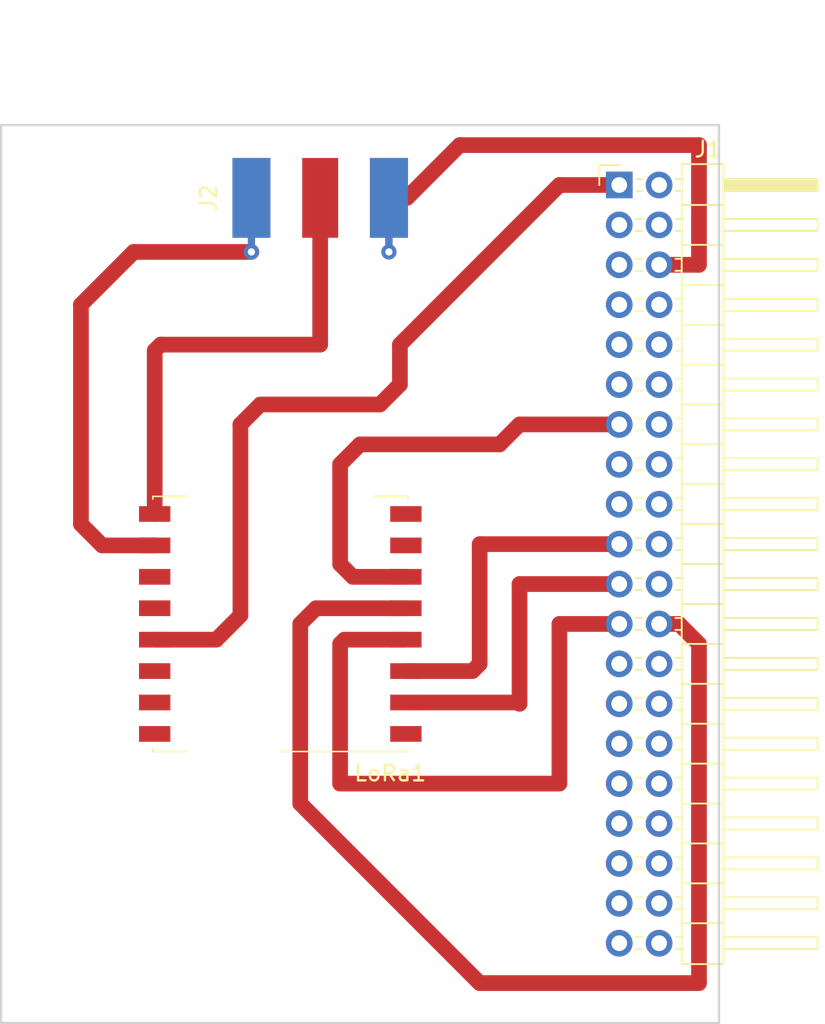
<source format=kicad_pcb>
(kicad_pcb (version 4) (host pcbnew 4.0.7)

  (general
    (links 22)
    (no_connects 9)
    (area 78.664999 71.044999 124.535001 128.345001)
    (thickness 1.6)
    (drawings 4)
    (tracks 52)
    (zones 0)
    (modules 3)
    (nets 46)
  )

  (page A4)
  (title_block
    (title "Sheild Gateway")
    (rev 1.0)
    (company Polytech')
  )

  (layers
    (0 F.Cu signal)
    (31 B.Cu signal)
    (32 B.Adhes user)
    (33 F.Adhes user)
    (34 B.Paste user)
    (35 F.Paste user)
    (36 B.SilkS user)
    (37 F.SilkS user)
    (38 B.Mask user)
    (39 F.Mask user)
    (40 Dwgs.User user)
    (41 Cmts.User user)
    (42 Eco1.User user)
    (43 Eco2.User user)
    (44 Edge.Cuts user)
    (45 Margin user)
    (46 B.CrtYd user)
    (47 F.CrtYd user)
    (48 B.Fab user)
    (49 F.Fab user)
  )

  (setup
    (last_trace_width 1)
    (trace_clearance 0.2)
    (zone_clearance 0.508)
    (zone_45_only no)
    (trace_min 0.2)
    (segment_width 0.2)
    (edge_width 0.15)
    (via_size 0.6)
    (via_drill 0.4)
    (via_min_size 0.4)
    (via_min_drill 0.3)
    (uvia_size 0.3)
    (uvia_drill 0.1)
    (uvias_allowed no)
    (uvia_min_size 0.2)
    (uvia_min_drill 0.1)
    (pcb_text_width 0.3)
    (pcb_text_size 1.5 1.5)
    (mod_edge_width 0.15)
    (mod_text_size 1 1)
    (mod_text_width 0.15)
    (pad_size 1.524 1.524)
    (pad_drill 0.762)
    (pad_to_mask_clearance 0.2)
    (aux_axis_origin 0 0)
    (grid_origin 124.46 71.12)
    (visible_elements 7FFFFFFF)
    (pcbplotparams
      (layerselection 0x00030_80000001)
      (usegerberextensions false)
      (excludeedgelayer true)
      (linewidth 0.100000)
      (plotframeref false)
      (viasonmask false)
      (mode 1)
      (useauxorigin false)
      (hpglpennumber 1)
      (hpglpenspeed 20)
      (hpglpendiameter 15)
      (hpglpenoverlay 2)
      (psnegative false)
      (psa4output false)
      (plotreference true)
      (plotvalue true)
      (plotinvisibletext false)
      (padsonsilk false)
      (subtractmaskfromsilk false)
      (outputformat 1)
      (mirror false)
      (drillshape 1)
      (scaleselection 1)
      (outputdirectory ""))
  )

  (net 0 "")
  (net 1 +3V3)
  (net 2 "Net-(J1-Pad2)")
  (net 3 "Net-(J1-Pad3)")
  (net 4 "Net-(J1-Pad4)")
  (net 5 "Net-(J1-Pad5)")
  (net 6 GND)
  (net 7 "Net-(J1-Pad7)")
  (net 8 "Net-(J1-Pad8)")
  (net 9 "Net-(J1-Pad10)")
  (net 10 "Net-(J1-Pad11)")
  (net 11 "Net-(J1-Pad12)")
  (net 12 "Net-(J1-Pad15)")
  (net 13 "Net-(J1-Pad16)")
  (net 14 "Net-(J1-Pad17)")
  (net 15 "Net-(J1-Pad18)")
  (net 16 /MOSI)
  (net 17 /MISO)
  (net 18 "Net-(J1-Pad22)")
  (net 19 /CLK)
  (net 20 /CS)
  (net 21 "Net-(J1-Pad26)")
  (net 22 "Net-(J1-Pad27)")
  (net 23 "Net-(J1-Pad28)")
  (net 24 "Net-(J1-Pad29)")
  (net 25 /RESET)
  (net 26 "Net-(J1-Pad32)")
  (net 27 "Net-(J1-Pad35)")
  (net 28 "Net-(J1-Pad36)")
  (net 29 "Net-(J1-Pad37)")
  (net 30 "Net-(J1-Pad38)")
  (net 31 "Net-(J1-Pad40)")
  (net 32 /ANT)
  (net 33 "Net-(LoRa1-Pad7)")
  (net 34 "Net-(LoRa1-Pad11)")
  (net 35 "Net-(LoRa1-Pad12)")
  (net 36 "Net-(LoRa1-Pad14)")
  (net 37 "Net-(LoRa1-Pad15)")
  (net 38 "Net-(LoRa1-Pad16)")
  (net 39 "Net-(J1-Pad31)")
  (net 40 "Net-(LoRa1-Pad1)")
  (net 41 "Net-(J1-Pad25)")
  (net 42 "Net-(J1-Pad30)")
  (net 43 "Net-(J1-Pad34)")
  (net 44 "Net-(J1-Pad39)")
  (net 45 "Net-(J1-Pad33)")

  (net_class Default "This is the default net class."
    (clearance 0.2)
    (trace_width 1)
    (via_dia 0.6)
    (via_drill 0.4)
    (uvia_dia 0.3)
    (uvia_drill 0.1)
    (add_net +3V3)
    (add_net /ANT)
    (add_net /CLK)
    (add_net /CS)
    (add_net /MISO)
    (add_net /MOSI)
    (add_net /RESET)
    (add_net GND)
    (add_net "Net-(J1-Pad10)")
    (add_net "Net-(J1-Pad11)")
    (add_net "Net-(J1-Pad12)")
    (add_net "Net-(J1-Pad15)")
    (add_net "Net-(J1-Pad16)")
    (add_net "Net-(J1-Pad17)")
    (add_net "Net-(J1-Pad18)")
    (add_net "Net-(J1-Pad2)")
    (add_net "Net-(J1-Pad22)")
    (add_net "Net-(J1-Pad25)")
    (add_net "Net-(J1-Pad26)")
    (add_net "Net-(J1-Pad27)")
    (add_net "Net-(J1-Pad28)")
    (add_net "Net-(J1-Pad29)")
    (add_net "Net-(J1-Pad3)")
    (add_net "Net-(J1-Pad30)")
    (add_net "Net-(J1-Pad31)")
    (add_net "Net-(J1-Pad32)")
    (add_net "Net-(J1-Pad33)")
    (add_net "Net-(J1-Pad34)")
    (add_net "Net-(J1-Pad35)")
    (add_net "Net-(J1-Pad36)")
    (add_net "Net-(J1-Pad37)")
    (add_net "Net-(J1-Pad38)")
    (add_net "Net-(J1-Pad39)")
    (add_net "Net-(J1-Pad4)")
    (add_net "Net-(J1-Pad40)")
    (add_net "Net-(J1-Pad5)")
    (add_net "Net-(J1-Pad7)")
    (add_net "Net-(J1-Pad8)")
    (add_net "Net-(LoRa1-Pad1)")
    (add_net "Net-(LoRa1-Pad11)")
    (add_net "Net-(LoRa1-Pad12)")
    (add_net "Net-(LoRa1-Pad14)")
    (add_net "Net-(LoRa1-Pad15)")
    (add_net "Net-(LoRa1-Pad16)")
    (add_net "Net-(LoRa1-Pad7)")
  )

  (module Pin_Headers:Pin_Header_Angled_2x20_Pitch2.54mm (layer F.Cu) (tedit 59650533) (tstamp 5A9C4036)
    (at 118.11 74.93)
    (descr "Through hole angled pin header, 2x20, 2.54mm pitch, 6mm pin length, double rows")
    (tags "Through hole angled pin header THT 2x20 2.54mm double row")
    (path /5A9C305C)
    (fp_text reference J1 (at 5.655 -2.27) (layer F.SilkS)
      (effects (font (size 1 1) (thickness 0.15)))
    )
    (fp_text value Raspberry_Pi_2_3 (at 5.655 50.53) (layer F.Fab)
      (effects (font (size 1 1) (thickness 0.15)))
    )
    (fp_line (start 4.675 -1.27) (end 6.58 -1.27) (layer F.Fab) (width 0.1))
    (fp_line (start 6.58 -1.27) (end 6.58 49.53) (layer F.Fab) (width 0.1))
    (fp_line (start 6.58 49.53) (end 4.04 49.53) (layer F.Fab) (width 0.1))
    (fp_line (start 4.04 49.53) (end 4.04 -0.635) (layer F.Fab) (width 0.1))
    (fp_line (start 4.04 -0.635) (end 4.675 -1.27) (layer F.Fab) (width 0.1))
    (fp_line (start -0.32 -0.32) (end 4.04 -0.32) (layer F.Fab) (width 0.1))
    (fp_line (start -0.32 -0.32) (end -0.32 0.32) (layer F.Fab) (width 0.1))
    (fp_line (start -0.32 0.32) (end 4.04 0.32) (layer F.Fab) (width 0.1))
    (fp_line (start 6.58 -0.32) (end 12.58 -0.32) (layer F.Fab) (width 0.1))
    (fp_line (start 12.58 -0.32) (end 12.58 0.32) (layer F.Fab) (width 0.1))
    (fp_line (start 6.58 0.32) (end 12.58 0.32) (layer F.Fab) (width 0.1))
    (fp_line (start -0.32 2.22) (end 4.04 2.22) (layer F.Fab) (width 0.1))
    (fp_line (start -0.32 2.22) (end -0.32 2.86) (layer F.Fab) (width 0.1))
    (fp_line (start -0.32 2.86) (end 4.04 2.86) (layer F.Fab) (width 0.1))
    (fp_line (start 6.58 2.22) (end 12.58 2.22) (layer F.Fab) (width 0.1))
    (fp_line (start 12.58 2.22) (end 12.58 2.86) (layer F.Fab) (width 0.1))
    (fp_line (start 6.58 2.86) (end 12.58 2.86) (layer F.Fab) (width 0.1))
    (fp_line (start -0.32 4.76) (end 4.04 4.76) (layer F.Fab) (width 0.1))
    (fp_line (start -0.32 4.76) (end -0.32 5.4) (layer F.Fab) (width 0.1))
    (fp_line (start -0.32 5.4) (end 4.04 5.4) (layer F.Fab) (width 0.1))
    (fp_line (start 6.58 4.76) (end 12.58 4.76) (layer F.Fab) (width 0.1))
    (fp_line (start 12.58 4.76) (end 12.58 5.4) (layer F.Fab) (width 0.1))
    (fp_line (start 6.58 5.4) (end 12.58 5.4) (layer F.Fab) (width 0.1))
    (fp_line (start -0.32 7.3) (end 4.04 7.3) (layer F.Fab) (width 0.1))
    (fp_line (start -0.32 7.3) (end -0.32 7.94) (layer F.Fab) (width 0.1))
    (fp_line (start -0.32 7.94) (end 4.04 7.94) (layer F.Fab) (width 0.1))
    (fp_line (start 6.58 7.3) (end 12.58 7.3) (layer F.Fab) (width 0.1))
    (fp_line (start 12.58 7.3) (end 12.58 7.94) (layer F.Fab) (width 0.1))
    (fp_line (start 6.58 7.94) (end 12.58 7.94) (layer F.Fab) (width 0.1))
    (fp_line (start -0.32 9.84) (end 4.04 9.84) (layer F.Fab) (width 0.1))
    (fp_line (start -0.32 9.84) (end -0.32 10.48) (layer F.Fab) (width 0.1))
    (fp_line (start -0.32 10.48) (end 4.04 10.48) (layer F.Fab) (width 0.1))
    (fp_line (start 6.58 9.84) (end 12.58 9.84) (layer F.Fab) (width 0.1))
    (fp_line (start 12.58 9.84) (end 12.58 10.48) (layer F.Fab) (width 0.1))
    (fp_line (start 6.58 10.48) (end 12.58 10.48) (layer F.Fab) (width 0.1))
    (fp_line (start -0.32 12.38) (end 4.04 12.38) (layer F.Fab) (width 0.1))
    (fp_line (start -0.32 12.38) (end -0.32 13.02) (layer F.Fab) (width 0.1))
    (fp_line (start -0.32 13.02) (end 4.04 13.02) (layer F.Fab) (width 0.1))
    (fp_line (start 6.58 12.38) (end 12.58 12.38) (layer F.Fab) (width 0.1))
    (fp_line (start 12.58 12.38) (end 12.58 13.02) (layer F.Fab) (width 0.1))
    (fp_line (start 6.58 13.02) (end 12.58 13.02) (layer F.Fab) (width 0.1))
    (fp_line (start -0.32 14.92) (end 4.04 14.92) (layer F.Fab) (width 0.1))
    (fp_line (start -0.32 14.92) (end -0.32 15.56) (layer F.Fab) (width 0.1))
    (fp_line (start -0.32 15.56) (end 4.04 15.56) (layer F.Fab) (width 0.1))
    (fp_line (start 6.58 14.92) (end 12.58 14.92) (layer F.Fab) (width 0.1))
    (fp_line (start 12.58 14.92) (end 12.58 15.56) (layer F.Fab) (width 0.1))
    (fp_line (start 6.58 15.56) (end 12.58 15.56) (layer F.Fab) (width 0.1))
    (fp_line (start -0.32 17.46) (end 4.04 17.46) (layer F.Fab) (width 0.1))
    (fp_line (start -0.32 17.46) (end -0.32 18.1) (layer F.Fab) (width 0.1))
    (fp_line (start -0.32 18.1) (end 4.04 18.1) (layer F.Fab) (width 0.1))
    (fp_line (start 6.58 17.46) (end 12.58 17.46) (layer F.Fab) (width 0.1))
    (fp_line (start 12.58 17.46) (end 12.58 18.1) (layer F.Fab) (width 0.1))
    (fp_line (start 6.58 18.1) (end 12.58 18.1) (layer F.Fab) (width 0.1))
    (fp_line (start -0.32 20) (end 4.04 20) (layer F.Fab) (width 0.1))
    (fp_line (start -0.32 20) (end -0.32 20.64) (layer F.Fab) (width 0.1))
    (fp_line (start -0.32 20.64) (end 4.04 20.64) (layer F.Fab) (width 0.1))
    (fp_line (start 6.58 20) (end 12.58 20) (layer F.Fab) (width 0.1))
    (fp_line (start 12.58 20) (end 12.58 20.64) (layer F.Fab) (width 0.1))
    (fp_line (start 6.58 20.64) (end 12.58 20.64) (layer F.Fab) (width 0.1))
    (fp_line (start -0.32 22.54) (end 4.04 22.54) (layer F.Fab) (width 0.1))
    (fp_line (start -0.32 22.54) (end -0.32 23.18) (layer F.Fab) (width 0.1))
    (fp_line (start -0.32 23.18) (end 4.04 23.18) (layer F.Fab) (width 0.1))
    (fp_line (start 6.58 22.54) (end 12.58 22.54) (layer F.Fab) (width 0.1))
    (fp_line (start 12.58 22.54) (end 12.58 23.18) (layer F.Fab) (width 0.1))
    (fp_line (start 6.58 23.18) (end 12.58 23.18) (layer F.Fab) (width 0.1))
    (fp_line (start -0.32 25.08) (end 4.04 25.08) (layer F.Fab) (width 0.1))
    (fp_line (start -0.32 25.08) (end -0.32 25.72) (layer F.Fab) (width 0.1))
    (fp_line (start -0.32 25.72) (end 4.04 25.72) (layer F.Fab) (width 0.1))
    (fp_line (start 6.58 25.08) (end 12.58 25.08) (layer F.Fab) (width 0.1))
    (fp_line (start 12.58 25.08) (end 12.58 25.72) (layer F.Fab) (width 0.1))
    (fp_line (start 6.58 25.72) (end 12.58 25.72) (layer F.Fab) (width 0.1))
    (fp_line (start -0.32 27.62) (end 4.04 27.62) (layer F.Fab) (width 0.1))
    (fp_line (start -0.32 27.62) (end -0.32 28.26) (layer F.Fab) (width 0.1))
    (fp_line (start -0.32 28.26) (end 4.04 28.26) (layer F.Fab) (width 0.1))
    (fp_line (start 6.58 27.62) (end 12.58 27.62) (layer F.Fab) (width 0.1))
    (fp_line (start 12.58 27.62) (end 12.58 28.26) (layer F.Fab) (width 0.1))
    (fp_line (start 6.58 28.26) (end 12.58 28.26) (layer F.Fab) (width 0.1))
    (fp_line (start -0.32 30.16) (end 4.04 30.16) (layer F.Fab) (width 0.1))
    (fp_line (start -0.32 30.16) (end -0.32 30.8) (layer F.Fab) (width 0.1))
    (fp_line (start -0.32 30.8) (end 4.04 30.8) (layer F.Fab) (width 0.1))
    (fp_line (start 6.58 30.16) (end 12.58 30.16) (layer F.Fab) (width 0.1))
    (fp_line (start 12.58 30.16) (end 12.58 30.8) (layer F.Fab) (width 0.1))
    (fp_line (start 6.58 30.8) (end 12.58 30.8) (layer F.Fab) (width 0.1))
    (fp_line (start -0.32 32.7) (end 4.04 32.7) (layer F.Fab) (width 0.1))
    (fp_line (start -0.32 32.7) (end -0.32 33.34) (layer F.Fab) (width 0.1))
    (fp_line (start -0.32 33.34) (end 4.04 33.34) (layer F.Fab) (width 0.1))
    (fp_line (start 6.58 32.7) (end 12.58 32.7) (layer F.Fab) (width 0.1))
    (fp_line (start 12.58 32.7) (end 12.58 33.34) (layer F.Fab) (width 0.1))
    (fp_line (start 6.58 33.34) (end 12.58 33.34) (layer F.Fab) (width 0.1))
    (fp_line (start -0.32 35.24) (end 4.04 35.24) (layer F.Fab) (width 0.1))
    (fp_line (start -0.32 35.24) (end -0.32 35.88) (layer F.Fab) (width 0.1))
    (fp_line (start -0.32 35.88) (end 4.04 35.88) (layer F.Fab) (width 0.1))
    (fp_line (start 6.58 35.24) (end 12.58 35.24) (layer F.Fab) (width 0.1))
    (fp_line (start 12.58 35.24) (end 12.58 35.88) (layer F.Fab) (width 0.1))
    (fp_line (start 6.58 35.88) (end 12.58 35.88) (layer F.Fab) (width 0.1))
    (fp_line (start -0.32 37.78) (end 4.04 37.78) (layer F.Fab) (width 0.1))
    (fp_line (start -0.32 37.78) (end -0.32 38.42) (layer F.Fab) (width 0.1))
    (fp_line (start -0.32 38.42) (end 4.04 38.42) (layer F.Fab) (width 0.1))
    (fp_line (start 6.58 37.78) (end 12.58 37.78) (layer F.Fab) (width 0.1))
    (fp_line (start 12.58 37.78) (end 12.58 38.42) (layer F.Fab) (width 0.1))
    (fp_line (start 6.58 38.42) (end 12.58 38.42) (layer F.Fab) (width 0.1))
    (fp_line (start -0.32 40.32) (end 4.04 40.32) (layer F.Fab) (width 0.1))
    (fp_line (start -0.32 40.32) (end -0.32 40.96) (layer F.Fab) (width 0.1))
    (fp_line (start -0.32 40.96) (end 4.04 40.96) (layer F.Fab) (width 0.1))
    (fp_line (start 6.58 40.32) (end 12.58 40.32) (layer F.Fab) (width 0.1))
    (fp_line (start 12.58 40.32) (end 12.58 40.96) (layer F.Fab) (width 0.1))
    (fp_line (start 6.58 40.96) (end 12.58 40.96) (layer F.Fab) (width 0.1))
    (fp_line (start -0.32 42.86) (end 4.04 42.86) (layer F.Fab) (width 0.1))
    (fp_line (start -0.32 42.86) (end -0.32 43.5) (layer F.Fab) (width 0.1))
    (fp_line (start -0.32 43.5) (end 4.04 43.5) (layer F.Fab) (width 0.1))
    (fp_line (start 6.58 42.86) (end 12.58 42.86) (layer F.Fab) (width 0.1))
    (fp_line (start 12.58 42.86) (end 12.58 43.5) (layer F.Fab) (width 0.1))
    (fp_line (start 6.58 43.5) (end 12.58 43.5) (layer F.Fab) (width 0.1))
    (fp_line (start -0.32 45.4) (end 4.04 45.4) (layer F.Fab) (width 0.1))
    (fp_line (start -0.32 45.4) (end -0.32 46.04) (layer F.Fab) (width 0.1))
    (fp_line (start -0.32 46.04) (end 4.04 46.04) (layer F.Fab) (width 0.1))
    (fp_line (start 6.58 45.4) (end 12.58 45.4) (layer F.Fab) (width 0.1))
    (fp_line (start 12.58 45.4) (end 12.58 46.04) (layer F.Fab) (width 0.1))
    (fp_line (start 6.58 46.04) (end 12.58 46.04) (layer F.Fab) (width 0.1))
    (fp_line (start -0.32 47.94) (end 4.04 47.94) (layer F.Fab) (width 0.1))
    (fp_line (start -0.32 47.94) (end -0.32 48.58) (layer F.Fab) (width 0.1))
    (fp_line (start -0.32 48.58) (end 4.04 48.58) (layer F.Fab) (width 0.1))
    (fp_line (start 6.58 47.94) (end 12.58 47.94) (layer F.Fab) (width 0.1))
    (fp_line (start 12.58 47.94) (end 12.58 48.58) (layer F.Fab) (width 0.1))
    (fp_line (start 6.58 48.58) (end 12.58 48.58) (layer F.Fab) (width 0.1))
    (fp_line (start 3.98 -1.33) (end 3.98 49.59) (layer F.SilkS) (width 0.12))
    (fp_line (start 3.98 49.59) (end 6.64 49.59) (layer F.SilkS) (width 0.12))
    (fp_line (start 6.64 49.59) (end 6.64 -1.33) (layer F.SilkS) (width 0.12))
    (fp_line (start 6.64 -1.33) (end 3.98 -1.33) (layer F.SilkS) (width 0.12))
    (fp_line (start 6.64 -0.38) (end 12.64 -0.38) (layer F.SilkS) (width 0.12))
    (fp_line (start 12.64 -0.38) (end 12.64 0.38) (layer F.SilkS) (width 0.12))
    (fp_line (start 12.64 0.38) (end 6.64 0.38) (layer F.SilkS) (width 0.12))
    (fp_line (start 6.64 -0.32) (end 12.64 -0.32) (layer F.SilkS) (width 0.12))
    (fp_line (start 6.64 -0.2) (end 12.64 -0.2) (layer F.SilkS) (width 0.12))
    (fp_line (start 6.64 -0.08) (end 12.64 -0.08) (layer F.SilkS) (width 0.12))
    (fp_line (start 6.64 0.04) (end 12.64 0.04) (layer F.SilkS) (width 0.12))
    (fp_line (start 6.64 0.16) (end 12.64 0.16) (layer F.SilkS) (width 0.12))
    (fp_line (start 6.64 0.28) (end 12.64 0.28) (layer F.SilkS) (width 0.12))
    (fp_line (start 3.582929 -0.38) (end 3.98 -0.38) (layer F.SilkS) (width 0.12))
    (fp_line (start 3.582929 0.38) (end 3.98 0.38) (layer F.SilkS) (width 0.12))
    (fp_line (start 1.11 -0.38) (end 1.497071 -0.38) (layer F.SilkS) (width 0.12))
    (fp_line (start 1.11 0.38) (end 1.497071 0.38) (layer F.SilkS) (width 0.12))
    (fp_line (start 3.98 1.27) (end 6.64 1.27) (layer F.SilkS) (width 0.12))
    (fp_line (start 6.64 2.16) (end 12.64 2.16) (layer F.SilkS) (width 0.12))
    (fp_line (start 12.64 2.16) (end 12.64 2.92) (layer F.SilkS) (width 0.12))
    (fp_line (start 12.64 2.92) (end 6.64 2.92) (layer F.SilkS) (width 0.12))
    (fp_line (start 3.582929 2.16) (end 3.98 2.16) (layer F.SilkS) (width 0.12))
    (fp_line (start 3.582929 2.92) (end 3.98 2.92) (layer F.SilkS) (width 0.12))
    (fp_line (start 1.042929 2.16) (end 1.497071 2.16) (layer F.SilkS) (width 0.12))
    (fp_line (start 1.042929 2.92) (end 1.497071 2.92) (layer F.SilkS) (width 0.12))
    (fp_line (start 3.98 3.81) (end 6.64 3.81) (layer F.SilkS) (width 0.12))
    (fp_line (start 6.64 4.7) (end 12.64 4.7) (layer F.SilkS) (width 0.12))
    (fp_line (start 12.64 4.7) (end 12.64 5.46) (layer F.SilkS) (width 0.12))
    (fp_line (start 12.64 5.46) (end 6.64 5.46) (layer F.SilkS) (width 0.12))
    (fp_line (start 3.582929 4.7) (end 3.98 4.7) (layer F.SilkS) (width 0.12))
    (fp_line (start 3.582929 5.46) (end 3.98 5.46) (layer F.SilkS) (width 0.12))
    (fp_line (start 1.042929 4.7) (end 1.497071 4.7) (layer F.SilkS) (width 0.12))
    (fp_line (start 1.042929 5.46) (end 1.497071 5.46) (layer F.SilkS) (width 0.12))
    (fp_line (start 3.98 6.35) (end 6.64 6.35) (layer F.SilkS) (width 0.12))
    (fp_line (start 6.64 7.24) (end 12.64 7.24) (layer F.SilkS) (width 0.12))
    (fp_line (start 12.64 7.24) (end 12.64 8) (layer F.SilkS) (width 0.12))
    (fp_line (start 12.64 8) (end 6.64 8) (layer F.SilkS) (width 0.12))
    (fp_line (start 3.582929 7.24) (end 3.98 7.24) (layer F.SilkS) (width 0.12))
    (fp_line (start 3.582929 8) (end 3.98 8) (layer F.SilkS) (width 0.12))
    (fp_line (start 1.042929 7.24) (end 1.497071 7.24) (layer F.SilkS) (width 0.12))
    (fp_line (start 1.042929 8) (end 1.497071 8) (layer F.SilkS) (width 0.12))
    (fp_line (start 3.98 8.89) (end 6.64 8.89) (layer F.SilkS) (width 0.12))
    (fp_line (start 6.64 9.78) (end 12.64 9.78) (layer F.SilkS) (width 0.12))
    (fp_line (start 12.64 9.78) (end 12.64 10.54) (layer F.SilkS) (width 0.12))
    (fp_line (start 12.64 10.54) (end 6.64 10.54) (layer F.SilkS) (width 0.12))
    (fp_line (start 3.582929 9.78) (end 3.98 9.78) (layer F.SilkS) (width 0.12))
    (fp_line (start 3.582929 10.54) (end 3.98 10.54) (layer F.SilkS) (width 0.12))
    (fp_line (start 1.042929 9.78) (end 1.497071 9.78) (layer F.SilkS) (width 0.12))
    (fp_line (start 1.042929 10.54) (end 1.497071 10.54) (layer F.SilkS) (width 0.12))
    (fp_line (start 3.98 11.43) (end 6.64 11.43) (layer F.SilkS) (width 0.12))
    (fp_line (start 6.64 12.32) (end 12.64 12.32) (layer F.SilkS) (width 0.12))
    (fp_line (start 12.64 12.32) (end 12.64 13.08) (layer F.SilkS) (width 0.12))
    (fp_line (start 12.64 13.08) (end 6.64 13.08) (layer F.SilkS) (width 0.12))
    (fp_line (start 3.582929 12.32) (end 3.98 12.32) (layer F.SilkS) (width 0.12))
    (fp_line (start 3.582929 13.08) (end 3.98 13.08) (layer F.SilkS) (width 0.12))
    (fp_line (start 1.042929 12.32) (end 1.497071 12.32) (layer F.SilkS) (width 0.12))
    (fp_line (start 1.042929 13.08) (end 1.497071 13.08) (layer F.SilkS) (width 0.12))
    (fp_line (start 3.98 13.97) (end 6.64 13.97) (layer F.SilkS) (width 0.12))
    (fp_line (start 6.64 14.86) (end 12.64 14.86) (layer F.SilkS) (width 0.12))
    (fp_line (start 12.64 14.86) (end 12.64 15.62) (layer F.SilkS) (width 0.12))
    (fp_line (start 12.64 15.62) (end 6.64 15.62) (layer F.SilkS) (width 0.12))
    (fp_line (start 3.582929 14.86) (end 3.98 14.86) (layer F.SilkS) (width 0.12))
    (fp_line (start 3.582929 15.62) (end 3.98 15.62) (layer F.SilkS) (width 0.12))
    (fp_line (start 1.042929 14.86) (end 1.497071 14.86) (layer F.SilkS) (width 0.12))
    (fp_line (start 1.042929 15.62) (end 1.497071 15.62) (layer F.SilkS) (width 0.12))
    (fp_line (start 3.98 16.51) (end 6.64 16.51) (layer F.SilkS) (width 0.12))
    (fp_line (start 6.64 17.4) (end 12.64 17.4) (layer F.SilkS) (width 0.12))
    (fp_line (start 12.64 17.4) (end 12.64 18.16) (layer F.SilkS) (width 0.12))
    (fp_line (start 12.64 18.16) (end 6.64 18.16) (layer F.SilkS) (width 0.12))
    (fp_line (start 3.582929 17.4) (end 3.98 17.4) (layer F.SilkS) (width 0.12))
    (fp_line (start 3.582929 18.16) (end 3.98 18.16) (layer F.SilkS) (width 0.12))
    (fp_line (start 1.042929 17.4) (end 1.497071 17.4) (layer F.SilkS) (width 0.12))
    (fp_line (start 1.042929 18.16) (end 1.497071 18.16) (layer F.SilkS) (width 0.12))
    (fp_line (start 3.98 19.05) (end 6.64 19.05) (layer F.SilkS) (width 0.12))
    (fp_line (start 6.64 19.94) (end 12.64 19.94) (layer F.SilkS) (width 0.12))
    (fp_line (start 12.64 19.94) (end 12.64 20.7) (layer F.SilkS) (width 0.12))
    (fp_line (start 12.64 20.7) (end 6.64 20.7) (layer F.SilkS) (width 0.12))
    (fp_line (start 3.582929 19.94) (end 3.98 19.94) (layer F.SilkS) (width 0.12))
    (fp_line (start 3.582929 20.7) (end 3.98 20.7) (layer F.SilkS) (width 0.12))
    (fp_line (start 1.042929 19.94) (end 1.497071 19.94) (layer F.SilkS) (width 0.12))
    (fp_line (start 1.042929 20.7) (end 1.497071 20.7) (layer F.SilkS) (width 0.12))
    (fp_line (start 3.98 21.59) (end 6.64 21.59) (layer F.SilkS) (width 0.12))
    (fp_line (start 6.64 22.48) (end 12.64 22.48) (layer F.SilkS) (width 0.12))
    (fp_line (start 12.64 22.48) (end 12.64 23.24) (layer F.SilkS) (width 0.12))
    (fp_line (start 12.64 23.24) (end 6.64 23.24) (layer F.SilkS) (width 0.12))
    (fp_line (start 3.582929 22.48) (end 3.98 22.48) (layer F.SilkS) (width 0.12))
    (fp_line (start 3.582929 23.24) (end 3.98 23.24) (layer F.SilkS) (width 0.12))
    (fp_line (start 1.042929 22.48) (end 1.497071 22.48) (layer F.SilkS) (width 0.12))
    (fp_line (start 1.042929 23.24) (end 1.497071 23.24) (layer F.SilkS) (width 0.12))
    (fp_line (start 3.98 24.13) (end 6.64 24.13) (layer F.SilkS) (width 0.12))
    (fp_line (start 6.64 25.02) (end 12.64 25.02) (layer F.SilkS) (width 0.12))
    (fp_line (start 12.64 25.02) (end 12.64 25.78) (layer F.SilkS) (width 0.12))
    (fp_line (start 12.64 25.78) (end 6.64 25.78) (layer F.SilkS) (width 0.12))
    (fp_line (start 3.582929 25.02) (end 3.98 25.02) (layer F.SilkS) (width 0.12))
    (fp_line (start 3.582929 25.78) (end 3.98 25.78) (layer F.SilkS) (width 0.12))
    (fp_line (start 1.042929 25.02) (end 1.497071 25.02) (layer F.SilkS) (width 0.12))
    (fp_line (start 1.042929 25.78) (end 1.497071 25.78) (layer F.SilkS) (width 0.12))
    (fp_line (start 3.98 26.67) (end 6.64 26.67) (layer F.SilkS) (width 0.12))
    (fp_line (start 6.64 27.56) (end 12.64 27.56) (layer F.SilkS) (width 0.12))
    (fp_line (start 12.64 27.56) (end 12.64 28.32) (layer F.SilkS) (width 0.12))
    (fp_line (start 12.64 28.32) (end 6.64 28.32) (layer F.SilkS) (width 0.12))
    (fp_line (start 3.582929 27.56) (end 3.98 27.56) (layer F.SilkS) (width 0.12))
    (fp_line (start 3.582929 28.32) (end 3.98 28.32) (layer F.SilkS) (width 0.12))
    (fp_line (start 1.042929 27.56) (end 1.497071 27.56) (layer F.SilkS) (width 0.12))
    (fp_line (start 1.042929 28.32) (end 1.497071 28.32) (layer F.SilkS) (width 0.12))
    (fp_line (start 3.98 29.21) (end 6.64 29.21) (layer F.SilkS) (width 0.12))
    (fp_line (start 6.64 30.1) (end 12.64 30.1) (layer F.SilkS) (width 0.12))
    (fp_line (start 12.64 30.1) (end 12.64 30.86) (layer F.SilkS) (width 0.12))
    (fp_line (start 12.64 30.86) (end 6.64 30.86) (layer F.SilkS) (width 0.12))
    (fp_line (start 3.582929 30.1) (end 3.98 30.1) (layer F.SilkS) (width 0.12))
    (fp_line (start 3.582929 30.86) (end 3.98 30.86) (layer F.SilkS) (width 0.12))
    (fp_line (start 1.042929 30.1) (end 1.497071 30.1) (layer F.SilkS) (width 0.12))
    (fp_line (start 1.042929 30.86) (end 1.497071 30.86) (layer F.SilkS) (width 0.12))
    (fp_line (start 3.98 31.75) (end 6.64 31.75) (layer F.SilkS) (width 0.12))
    (fp_line (start 6.64 32.64) (end 12.64 32.64) (layer F.SilkS) (width 0.12))
    (fp_line (start 12.64 32.64) (end 12.64 33.4) (layer F.SilkS) (width 0.12))
    (fp_line (start 12.64 33.4) (end 6.64 33.4) (layer F.SilkS) (width 0.12))
    (fp_line (start 3.582929 32.64) (end 3.98 32.64) (layer F.SilkS) (width 0.12))
    (fp_line (start 3.582929 33.4) (end 3.98 33.4) (layer F.SilkS) (width 0.12))
    (fp_line (start 1.042929 32.64) (end 1.497071 32.64) (layer F.SilkS) (width 0.12))
    (fp_line (start 1.042929 33.4) (end 1.497071 33.4) (layer F.SilkS) (width 0.12))
    (fp_line (start 3.98 34.29) (end 6.64 34.29) (layer F.SilkS) (width 0.12))
    (fp_line (start 6.64 35.18) (end 12.64 35.18) (layer F.SilkS) (width 0.12))
    (fp_line (start 12.64 35.18) (end 12.64 35.94) (layer F.SilkS) (width 0.12))
    (fp_line (start 12.64 35.94) (end 6.64 35.94) (layer F.SilkS) (width 0.12))
    (fp_line (start 3.582929 35.18) (end 3.98 35.18) (layer F.SilkS) (width 0.12))
    (fp_line (start 3.582929 35.94) (end 3.98 35.94) (layer F.SilkS) (width 0.12))
    (fp_line (start 1.042929 35.18) (end 1.497071 35.18) (layer F.SilkS) (width 0.12))
    (fp_line (start 1.042929 35.94) (end 1.497071 35.94) (layer F.SilkS) (width 0.12))
    (fp_line (start 3.98 36.83) (end 6.64 36.83) (layer F.SilkS) (width 0.12))
    (fp_line (start 6.64 37.72) (end 12.64 37.72) (layer F.SilkS) (width 0.12))
    (fp_line (start 12.64 37.72) (end 12.64 38.48) (layer F.SilkS) (width 0.12))
    (fp_line (start 12.64 38.48) (end 6.64 38.48) (layer F.SilkS) (width 0.12))
    (fp_line (start 3.582929 37.72) (end 3.98 37.72) (layer F.SilkS) (width 0.12))
    (fp_line (start 3.582929 38.48) (end 3.98 38.48) (layer F.SilkS) (width 0.12))
    (fp_line (start 1.042929 37.72) (end 1.497071 37.72) (layer F.SilkS) (width 0.12))
    (fp_line (start 1.042929 38.48) (end 1.497071 38.48) (layer F.SilkS) (width 0.12))
    (fp_line (start 3.98 39.37) (end 6.64 39.37) (layer F.SilkS) (width 0.12))
    (fp_line (start 6.64 40.26) (end 12.64 40.26) (layer F.SilkS) (width 0.12))
    (fp_line (start 12.64 40.26) (end 12.64 41.02) (layer F.SilkS) (width 0.12))
    (fp_line (start 12.64 41.02) (end 6.64 41.02) (layer F.SilkS) (width 0.12))
    (fp_line (start 3.582929 40.26) (end 3.98 40.26) (layer F.SilkS) (width 0.12))
    (fp_line (start 3.582929 41.02) (end 3.98 41.02) (layer F.SilkS) (width 0.12))
    (fp_line (start 1.042929 40.26) (end 1.497071 40.26) (layer F.SilkS) (width 0.12))
    (fp_line (start 1.042929 41.02) (end 1.497071 41.02) (layer F.SilkS) (width 0.12))
    (fp_line (start 3.98 41.91) (end 6.64 41.91) (layer F.SilkS) (width 0.12))
    (fp_line (start 6.64 42.8) (end 12.64 42.8) (layer F.SilkS) (width 0.12))
    (fp_line (start 12.64 42.8) (end 12.64 43.56) (layer F.SilkS) (width 0.12))
    (fp_line (start 12.64 43.56) (end 6.64 43.56) (layer F.SilkS) (width 0.12))
    (fp_line (start 3.582929 42.8) (end 3.98 42.8) (layer F.SilkS) (width 0.12))
    (fp_line (start 3.582929 43.56) (end 3.98 43.56) (layer F.SilkS) (width 0.12))
    (fp_line (start 1.042929 42.8) (end 1.497071 42.8) (layer F.SilkS) (width 0.12))
    (fp_line (start 1.042929 43.56) (end 1.497071 43.56) (layer F.SilkS) (width 0.12))
    (fp_line (start 3.98 44.45) (end 6.64 44.45) (layer F.SilkS) (width 0.12))
    (fp_line (start 6.64 45.34) (end 12.64 45.34) (layer F.SilkS) (width 0.12))
    (fp_line (start 12.64 45.34) (end 12.64 46.1) (layer F.SilkS) (width 0.12))
    (fp_line (start 12.64 46.1) (end 6.64 46.1) (layer F.SilkS) (width 0.12))
    (fp_line (start 3.582929 45.34) (end 3.98 45.34) (layer F.SilkS) (width 0.12))
    (fp_line (start 3.582929 46.1) (end 3.98 46.1) (layer F.SilkS) (width 0.12))
    (fp_line (start 1.042929 45.34) (end 1.497071 45.34) (layer F.SilkS) (width 0.12))
    (fp_line (start 1.042929 46.1) (end 1.497071 46.1) (layer F.SilkS) (width 0.12))
    (fp_line (start 3.98 46.99) (end 6.64 46.99) (layer F.SilkS) (width 0.12))
    (fp_line (start 6.64 47.88) (end 12.64 47.88) (layer F.SilkS) (width 0.12))
    (fp_line (start 12.64 47.88) (end 12.64 48.64) (layer F.SilkS) (width 0.12))
    (fp_line (start 12.64 48.64) (end 6.64 48.64) (layer F.SilkS) (width 0.12))
    (fp_line (start 3.582929 47.88) (end 3.98 47.88) (layer F.SilkS) (width 0.12))
    (fp_line (start 3.582929 48.64) (end 3.98 48.64) (layer F.SilkS) (width 0.12))
    (fp_line (start 1.042929 47.88) (end 1.497071 47.88) (layer F.SilkS) (width 0.12))
    (fp_line (start 1.042929 48.64) (end 1.497071 48.64) (layer F.SilkS) (width 0.12))
    (fp_line (start -1.27 0) (end -1.27 -1.27) (layer F.SilkS) (width 0.12))
    (fp_line (start -1.27 -1.27) (end 0 -1.27) (layer F.SilkS) (width 0.12))
    (fp_line (start -1.8 -1.8) (end -1.8 50.05) (layer F.CrtYd) (width 0.05))
    (fp_line (start -1.8 50.05) (end 13.1 50.05) (layer F.CrtYd) (width 0.05))
    (fp_line (start 13.1 50.05) (end 13.1 -1.8) (layer F.CrtYd) (width 0.05))
    (fp_line (start 13.1 -1.8) (end -1.8 -1.8) (layer F.CrtYd) (width 0.05))
    (fp_text user %R (at 5.31 24.13 90) (layer F.Fab)
      (effects (font (size 1 1) (thickness 0.15)))
    )
    (pad 1 thru_hole rect (at 0 0) (size 1.7 1.7) (drill 1) (layers *.Cu *.Mask)
      (net 1 +3V3))
    (pad 2 thru_hole oval (at 2.54 0) (size 1.7 1.7) (drill 1) (layers *.Cu *.Mask)
      (net 2 "Net-(J1-Pad2)"))
    (pad 3 thru_hole oval (at 0 2.54) (size 1.7 1.7) (drill 1) (layers *.Cu *.Mask)
      (net 3 "Net-(J1-Pad3)"))
    (pad 4 thru_hole oval (at 2.54 2.54) (size 1.7 1.7) (drill 1) (layers *.Cu *.Mask)
      (net 4 "Net-(J1-Pad4)"))
    (pad 5 thru_hole oval (at 0 5.08) (size 1.7 1.7) (drill 1) (layers *.Cu *.Mask)
      (net 5 "Net-(J1-Pad5)"))
    (pad 6 thru_hole oval (at 2.54 5.08) (size 1.7 1.7) (drill 1) (layers *.Cu *.Mask)
      (net 6 GND))
    (pad 7 thru_hole oval (at 0 7.62) (size 1.7 1.7) (drill 1) (layers *.Cu *.Mask)
      (net 7 "Net-(J1-Pad7)"))
    (pad 8 thru_hole oval (at 2.54 7.62) (size 1.7 1.7) (drill 1) (layers *.Cu *.Mask)
      (net 8 "Net-(J1-Pad8)"))
    (pad 9 thru_hole oval (at 0 10.16) (size 1.7 1.7) (drill 1) (layers *.Cu *.Mask)
      (net 6 GND))
    (pad 10 thru_hole oval (at 2.54 10.16) (size 1.7 1.7) (drill 1) (layers *.Cu *.Mask)
      (net 9 "Net-(J1-Pad10)"))
    (pad 11 thru_hole oval (at 0 12.7) (size 1.7 1.7) (drill 1) (layers *.Cu *.Mask)
      (net 10 "Net-(J1-Pad11)"))
    (pad 12 thru_hole oval (at 2.54 12.7) (size 1.7 1.7) (drill 1) (layers *.Cu *.Mask)
      (net 11 "Net-(J1-Pad12)"))
    (pad 13 thru_hole oval (at 0 15.24) (size 1.7 1.7) (drill 1) (layers *.Cu *.Mask)
      (net 25 /RESET))
    (pad 14 thru_hole oval (at 2.54 15.24) (size 1.7 1.7) (drill 1) (layers *.Cu *.Mask)
      (net 6 GND))
    (pad 15 thru_hole oval (at 0 17.78) (size 1.7 1.7) (drill 1) (layers *.Cu *.Mask)
      (net 12 "Net-(J1-Pad15)"))
    (pad 16 thru_hole oval (at 2.54 17.78) (size 1.7 1.7) (drill 1) (layers *.Cu *.Mask)
      (net 13 "Net-(J1-Pad16)"))
    (pad 17 thru_hole oval (at 0 20.32) (size 1.7 1.7) (drill 1) (layers *.Cu *.Mask)
      (net 14 "Net-(J1-Pad17)"))
    (pad 18 thru_hole oval (at 2.54 20.32) (size 1.7 1.7) (drill 1) (layers *.Cu *.Mask)
      (net 15 "Net-(J1-Pad18)"))
    (pad 19 thru_hole oval (at 0 22.86) (size 1.7 1.7) (drill 1) (layers *.Cu *.Mask)
      (net 16 /MOSI))
    (pad 20 thru_hole oval (at 2.54 22.86) (size 1.7 1.7) (drill 1) (layers *.Cu *.Mask)
      (net 6 GND))
    (pad 21 thru_hole oval (at 0 25.4) (size 1.7 1.7) (drill 1) (layers *.Cu *.Mask)
      (net 17 /MISO))
    (pad 22 thru_hole oval (at 2.54 25.4) (size 1.7 1.7) (drill 1) (layers *.Cu *.Mask)
      (net 18 "Net-(J1-Pad22)"))
    (pad 23 thru_hole oval (at 0 27.94) (size 1.7 1.7) (drill 1) (layers *.Cu *.Mask)
      (net 19 /CLK))
    (pad 24 thru_hole oval (at 2.54 27.94) (size 1.7 1.7) (drill 1) (layers *.Cu *.Mask)
      (net 20 /CS))
    (pad 25 thru_hole oval (at 0 30.48) (size 1.7 1.7) (drill 1) (layers *.Cu *.Mask)
      (net 41 "Net-(J1-Pad25)"))
    (pad 26 thru_hole oval (at 2.54 30.48) (size 1.7 1.7) (drill 1) (layers *.Cu *.Mask)
      (net 21 "Net-(J1-Pad26)"))
    (pad 27 thru_hole oval (at 0 33.02) (size 1.7 1.7) (drill 1) (layers *.Cu *.Mask)
      (net 22 "Net-(J1-Pad27)"))
    (pad 28 thru_hole oval (at 2.54 33.02) (size 1.7 1.7) (drill 1) (layers *.Cu *.Mask)
      (net 23 "Net-(J1-Pad28)"))
    (pad 29 thru_hole oval (at 0 35.56) (size 1.7 1.7) (drill 1) (layers *.Cu *.Mask)
      (net 24 "Net-(J1-Pad29)"))
    (pad 30 thru_hole oval (at 2.54 35.56) (size 1.7 1.7) (drill 1) (layers *.Cu *.Mask)
      (net 42 "Net-(J1-Pad30)"))
    (pad 31 thru_hole oval (at 0 38.1) (size 1.7 1.7) (drill 1) (layers *.Cu *.Mask)
      (net 39 "Net-(J1-Pad31)"))
    (pad 32 thru_hole oval (at 2.54 38.1) (size 1.7 1.7) (drill 1) (layers *.Cu *.Mask)
      (net 26 "Net-(J1-Pad32)"))
    (pad 33 thru_hole oval (at 0 40.64) (size 1.7 1.7) (drill 1) (layers *.Cu *.Mask)
      (net 45 "Net-(J1-Pad33)"))
    (pad 34 thru_hole oval (at 2.54 40.64) (size 1.7 1.7) (drill 1) (layers *.Cu *.Mask)
      (net 43 "Net-(J1-Pad34)"))
    (pad 35 thru_hole oval (at 0 43.18) (size 1.7 1.7) (drill 1) (layers *.Cu *.Mask)
      (net 27 "Net-(J1-Pad35)"))
    (pad 36 thru_hole oval (at 2.54 43.18) (size 1.7 1.7) (drill 1) (layers *.Cu *.Mask)
      (net 28 "Net-(J1-Pad36)"))
    (pad 37 thru_hole oval (at 0 45.72) (size 1.7 1.7) (drill 1) (layers *.Cu *.Mask)
      (net 29 "Net-(J1-Pad37)"))
    (pad 38 thru_hole oval (at 2.54 45.72) (size 1.7 1.7) (drill 1) (layers *.Cu *.Mask)
      (net 30 "Net-(J1-Pad38)"))
    (pad 39 thru_hole oval (at 0 48.26) (size 1.7 1.7) (drill 1) (layers *.Cu *.Mask)
      (net 44 "Net-(J1-Pad39)"))
    (pad 40 thru_hole oval (at 2.54 48.26) (size 1.7 1.7) (drill 1) (layers *.Cu *.Mask)
      (net 31 "Net-(J1-Pad40)"))
    (model ${KISYS3DMOD}/Pin_Headers.3dshapes/Pin_Header_Angled_2x20_Pitch2.54mm.wrl
      (at (xyz 0 0 0))
      (scale (xyz 1 1 1))
      (rotate (xyz 0 0 0))
    )
  )

  (module Connectors_Molex:Molex_SMA_Jack_Edge_Mount (layer F.Cu) (tedit 587D2992) (tstamp 5A9C4045)
    (at 99.06 77.47 270)
    (descr "Molex SMA Jack, Edge Mount, http://www.molex.com/pdm_docs/sd/732511150_sd.pdf")
    (tags "sma edge")
    (path /5A9C3498)
    (attr smd)
    (fp_text reference J2 (at -1.72 7.11 270) (layer F.SilkS)
      (effects (font (size 1 1) (thickness 0.15)))
    )
    (fp_text value Conn_Coaxial (at -1.72 -7.11 270) (layer F.Fab)
      (effects (font (size 1 1) (thickness 0.15)))
    )
    (fp_line (start -4.76 -0.38) (end 0.49 -0.38) (layer F.Fab) (width 0.1))
    (fp_line (start -4.76 0.38) (end 0.49 0.38) (layer F.Fab) (width 0.1))
    (fp_line (start 0.49 -0.38) (end 0.49 0.38) (layer F.Fab) (width 0.1))
    (fp_line (start 0.49 3.75) (end 0.49 4.76) (layer F.Fab) (width 0.1))
    (fp_line (start 0.49 -4.76) (end 0.49 -3.75) (layer F.Fab) (width 0.1))
    (fp_line (start -14.29 -6.09) (end -14.29 6.09) (layer F.CrtYd) (width 0.05))
    (fp_line (start -14.29 6.09) (end 2.71 6.09) (layer F.CrtYd) (width 0.05))
    (fp_line (start 2.71 -6.09) (end 2.71 6.09) (layer B.CrtYd) (width 0.05))
    (fp_line (start -14.29 -6.09) (end 2.71 -6.09) (layer B.CrtYd) (width 0.05))
    (fp_line (start -14.29 -6.09) (end -14.29 6.09) (layer B.CrtYd) (width 0.05))
    (fp_line (start -14.29 6.09) (end 2.71 6.09) (layer B.CrtYd) (width 0.05))
    (fp_line (start 2.71 -6.09) (end 2.71 6.09) (layer F.CrtYd) (width 0.05))
    (fp_line (start 2.71 -6.09) (end -14.29 -6.09) (layer F.CrtYd) (width 0.05))
    (fp_line (start -4.76 -3.75) (end 0.49 -3.75) (layer F.Fab) (width 0.1))
    (fp_line (start -4.76 3.75) (end 0.49 3.75) (layer F.Fab) (width 0.1))
    (fp_line (start -13.79 -2.65) (end -5.91 -2.65) (layer F.Fab) (width 0.1))
    (fp_line (start -13.79 -2.65) (end -13.79 2.65) (layer F.Fab) (width 0.1))
    (fp_line (start -13.79 2.65) (end -5.91 2.65) (layer F.Fab) (width 0.1))
    (fp_line (start -4.76 -3.75) (end -4.76 3.75) (layer F.Fab) (width 0.1))
    (fp_line (start 0.49 -4.76) (end -5.91 -4.76) (layer F.Fab) (width 0.1))
    (fp_line (start -5.91 -4.76) (end -5.91 4.76) (layer F.Fab) (width 0.1))
    (fp_line (start -5.91 4.76) (end 0.49 4.76) (layer F.Fab) (width 0.1))
    (pad 1 smd rect (at -1.72 0 270) (size 5.08 2.29) (layers F.Cu F.Paste F.Mask)
      (net 32 /ANT))
    (pad 2 smd rect (at -1.72 -4.38 270) (size 5.08 2.42) (layers F.Cu F.Paste F.Mask)
      (net 6 GND))
    (pad 2 smd rect (at -1.72 4.38 270) (size 5.08 2.42) (layers F.Cu F.Paste F.Mask)
      (net 6 GND))
    (pad 2 smd rect (at -1.72 -4.38 270) (size 5.08 2.42) (layers B.Cu B.Paste B.Mask)
      (net 6 GND))
    (pad 2 smd rect (at -1.72 4.38 270) (size 5.08 2.42) (layers B.Cu B.Paste B.Mask)
      (net 6 GND))
    (pad 2 thru_hole circle (at 1.72 -4.38 270) (size 0.97 0.97) (drill 0.46) (layers *.Cu)
      (net 6 GND))
    (pad 2 thru_hole circle (at 1.72 4.38 270) (size 0.97 0.97) (drill 0.46) (layers *.Cu)
      (net 6 GND))
    (pad 2 smd rect (at 1.27 -4.38 270) (size 0.89 0.46) (layers F.Cu)
      (net 6 GND))
    (pad 2 smd rect (at 1.27 4.38 270) (size 0.89 0.46) (layers F.Cu)
      (net 6 GND))
    (pad 2 smd rect (at 1.27 -4.38 270) (size 0.89 0.46) (layers B.Cu)
      (net 6 GND))
    (pad 2 smd rect (at 1.27 4.38 270) (size 0.89 0.46) (layers B.Cu)
      (net 6 GND))
    (model ${KISYS3DMOD}/Connectors_Molex.3dshapes/Molex_SMA_Jack_Edge_Mount.wrl
      (at (xyz 0 0 0))
      (scale (xyz 1 1 1))
      (rotate (xyz 0 0 0))
    )
  )

  (module RF_Modules:Hopref_RFM9XW_SMD (layer F.Cu) (tedit 59D9324F) (tstamp 5A9C4059)
    (at 96.52 102.87 180)
    (descr " Low Power Long Range Transceiver Module SMD-16 http://www.hoperf.com/upload/rf/RFM95_96_97_98W.pdf")
    (tags " Low Power Long Range Transceiver Module")
    (path /5A9C30A1)
    (attr smd)
    (fp_text reference LoRa1 (at -7 -9.5 180) (layer F.SilkS)
      (effects (font (size 1 1) (thickness 0.15)))
    )
    (fp_text value RFM95 (at 0 9.5 180) (layer F.Fab)
      (effects (font (size 1 1) (thickness 0.15)))
    )
    (fp_line (start -8 -8) (end 8 -8) (layer F.Fab) (width 0.12))
    (fp_line (start 8 8) (end 8 -8) (layer F.Fab) (width 0.12))
    (fp_line (start -8 8) (end 8 8) (layer F.Fab) (width 0.12))
    (fp_line (start -8 8) (end -8 -8) (layer F.Fab) (width 0.12))
    (fp_text user %R (at 0 0 180) (layer F.Fab)
      (effects (font (size 1 1) (thickness 0.15)))
    )
    (fp_line (start -8.12 -8.12) (end 0 -8.12) (layer F.SilkS) (width 0.1))
    (fp_line (start 6 8.12) (end 8.12 8.12) (layer F.SilkS) (width 0.1))
    (fp_line (start -9.45 -8.25) (end 9.45 -8.25) (layer F.CrtYd) (width 0.05))
    (fp_line (start 9.45 -8.25) (end 9.45 8.25) (layer F.CrtYd) (width 0.05))
    (fp_line (start -9.45 8.25) (end 9.45 8.25) (layer F.CrtYd) (width 0.05))
    (fp_line (start -9.45 8.25) (end -9.45 -8.25) (layer F.CrtYd) (width 0.05))
    (fp_line (start 8.12 8.12) (end 8.12 7.95) (layer F.SilkS) (width 0.1))
    (fp_line (start -8.12 8.12) (end -6 8.12) (layer F.SilkS) (width 0.1))
    (fp_line (start -8.12 8.12) (end -8.12 7.95) (layer F.SilkS) (width 0.1))
    (fp_line (start 6 -8.12) (end 8.12 -8.12) (layer F.SilkS) (width 0.1))
    (fp_line (start 8.12 -8.12) (end 8.12 -7.95) (layer F.SilkS) (width 0.1))
    (pad 1 smd rect (at -8 -7 180) (size 2 1) (layers F.Cu F.Paste F.Mask)
      (net 40 "Net-(LoRa1-Pad1)"))
    (pad 2 smd rect (at -8 -5 180) (size 2 1) (layers F.Cu F.Paste F.Mask)
      (net 17 /MISO))
    (pad 3 smd rect (at -8 -3 180) (size 2 1) (layers F.Cu F.Paste F.Mask)
      (net 16 /MOSI))
    (pad 4 smd rect (at -8 -1 180) (size 2 1) (layers F.Cu F.Paste F.Mask)
      (net 19 /CLK))
    (pad 5 smd rect (at -8 1 180) (size 2 1) (layers F.Cu F.Paste F.Mask)
      (net 20 /CS))
    (pad 6 smd rect (at -8 3 180) (size 2 1) (layers F.Cu F.Paste F.Mask)
      (net 25 /RESET))
    (pad 7 smd rect (at -8 5 180) (size 2 1) (layers F.Cu F.Paste F.Mask)
      (net 33 "Net-(LoRa1-Pad7)"))
    (pad 8 smd rect (at -8 7 180) (size 2 1) (layers F.Cu F.Paste F.Mask)
      (net 6 GND))
    (pad 9 smd rect (at 8 7 180) (size 2 1) (layers F.Cu F.Paste F.Mask)
      (net 32 /ANT))
    (pad 10 smd rect (at 8 5 180) (size 2 1) (layers F.Cu F.Paste F.Mask)
      (net 6 GND))
    (pad 11 smd rect (at 8 3 180) (size 2 1) (layers F.Cu F.Paste F.Mask)
      (net 34 "Net-(LoRa1-Pad11)"))
    (pad 12 smd rect (at 8 1 180) (size 2 1) (layers F.Cu F.Paste F.Mask)
      (net 35 "Net-(LoRa1-Pad12)"))
    (pad 13 smd rect (at 8 -1 180) (size 2 1) (layers F.Cu F.Paste F.Mask)
      (net 1 +3V3))
    (pad 14 smd rect (at 8 -3 180) (size 2 1) (layers F.Cu F.Paste F.Mask)
      (net 36 "Net-(LoRa1-Pad14)"))
    (pad 15 smd rect (at 8 -5 180) (size 2 1) (layers F.Cu F.Paste F.Mask)
      (net 37 "Net-(LoRa1-Pad15)"))
    (pad 16 smd rect (at 8 -7 180) (size 2 1) (layers F.Cu F.Paste F.Mask)
      (net 38 "Net-(LoRa1-Pad16)"))
    (model ${KISYS3DMOD}/RF_Modules.3dshapes/Hopref_RFM9XW_SMD.wrl
      (at (xyz 0 0 0))
      (scale (xyz 1 1 1))
      (rotate (xyz 0 0 0))
    )
  )

  (gr_line (start 78.74 128.27) (end 78.74 71.12) (angle 90) (layer Edge.Cuts) (width 0.15))
  (gr_line (start 124.46 128.27) (end 78.74 128.27) (angle 90) (layer Edge.Cuts) (width 0.15))
  (gr_line (start 124.46 71.12) (end 124.46 128.27) (angle 90) (layer Edge.Cuts) (width 0.15))
  (gr_line (start 78.74 71.12) (end 124.46 71.12) (angle 90) (layer Edge.Cuts) (width 0.15))

  (segment (start 88.52 103.87) (end 92.44 103.87) (width 1) (layer F.Cu) (net 1))
  (segment (start 92.44 103.87) (end 93.98 102.33) (width 1) (layer F.Cu) (net 1) (tstamp 5A9C458C))
  (segment (start 93.98 102.33) (end 93.98 90.17) (width 1) (layer F.Cu) (net 1) (tstamp 5A9C458D))
  (segment (start 93.98 90.17) (end 95.25 88.9) (width 1) (layer F.Cu) (net 1) (tstamp 5A9C458E))
  (segment (start 95.25 88.9) (end 102.87 88.9) (width 1) (layer F.Cu) (net 1) (tstamp 5A9C458F))
  (segment (start 102.87 88.9) (end 104.14 87.63) (width 1) (layer F.Cu) (net 1) (tstamp 5A9C4590))
  (segment (start 104.14 87.63) (end 104.14 85.09) (width 1) (layer F.Cu) (net 1) (tstamp 5A9C4591))
  (segment (start 104.14 85.09) (end 114.3 74.93) (width 1) (layer F.Cu) (net 1) (tstamp 5A9C4593))
  (segment (start 114.3 74.93) (end 118.11 74.93) (width 1) (layer F.Cu) (net 1) (tstamp 5A9C4596))
  (segment (start 120.65 80.01) (end 123.19 80.01) (width 1) (layer F.Cu) (net 6))
  (segment (start 107.95 72.39) (end 104.59 75.75) (width 1) (layer F.Cu) (net 6) (tstamp 5A9C481E))
  (segment (start 123.19 72.39) (end 107.95 72.39) (width 1) (layer F.Cu) (net 6) (tstamp 5A9C481D))
  (segment (start 123.19 80.01) (end 123.19 72.39) (width 1) (layer F.Cu) (net 6) (tstamp 5A9C481C))
  (segment (start 104.59 75.75) (end 103.44 75.75) (width 1) (layer F.Cu) (net 6) (tstamp 5A9C4820))
  (segment (start 94.68 79.19) (end 87.18 79.19) (width 1) (layer F.Cu) (net 6))
  (segment (start 85.17 97.87) (end 88.52 97.87) (width 1) (layer F.Cu) (net 6) (tstamp 5A9C4810))
  (segment (start 83.82 96.52) (end 85.17 97.87) (width 1) (layer F.Cu) (net 6) (tstamp 5A9C480F))
  (segment (start 83.82 82.55) (end 83.82 96.52) (width 1) (layer F.Cu) (net 6) (tstamp 5A9C480D))
  (segment (start 87.18 79.19) (end 83.82 82.55) (width 1) (layer F.Cu) (net 6) (tstamp 5A9C480B))
  (segment (start 104.52 105.87) (end 108.76 105.87) (width 1) (layer F.Cu) (net 16))
  (segment (start 108.76 105.87) (end 109.22 105.41) (width 1) (layer F.Cu) (net 16) (tstamp 5A9C44C7))
  (segment (start 109.22 105.41) (end 109.22 97.79) (width 1) (layer F.Cu) (net 16) (tstamp 5A9C44C8))
  (segment (start 109.22 97.79) (end 118.11 97.79) (width 1) (layer F.Cu) (net 16) (tstamp 5A9C44CA))
  (segment (start 118.11 100.33) (end 111.76 100.33) (width 1) (layer F.Cu) (net 17))
  (segment (start 111.76 100.33) (end 111.76 107.95) (width 1) (layer F.Cu) (net 17) (tstamp 5A9C44B3))
  (segment (start 111.76 107.95) (end 111.68 107.87) (width 1) (layer F.Cu) (net 17) (tstamp 5A9C44B5))
  (segment (start 111.68 107.87) (end 104.52 107.87) (width 1) (layer F.Cu) (net 17) (tstamp 5A9C44B7))
  (segment (start 118.11 102.87) (end 114.3 102.87) (width 1) (layer F.Cu) (net 19))
  (segment (start 114.3 102.87) (end 114.3 113.03) (width 1) (layer F.Cu) (net 19) (tstamp 5A9C44DA))
  (segment (start 114.3 113.03) (end 100.33 113.03) (width 1) (layer F.Cu) (net 19) (tstamp 5A9C44DE))
  (segment (start 100.33 113.03) (end 100.33 104.14) (width 1) (layer F.Cu) (net 19) (tstamp 5A9C44E0))
  (segment (start 100.33 104.14) (end 100.6 103.87) (width 1) (layer F.Cu) (net 19) (tstamp 5A9C44E1))
  (segment (start 100.6 103.87) (end 104.52 103.87) (width 1) (layer F.Cu) (net 19) (tstamp 5A9C44E4))
  (segment (start 104.52 101.87) (end 98.79 101.87) (width 1) (layer F.Cu) (net 20))
  (segment (start 98.79 101.87) (end 97.79 102.87) (width 1) (layer F.Cu) (net 20) (tstamp 5A9C44F2))
  (segment (start 97.79 102.87) (end 97.79 114.3) (width 1) (layer F.Cu) (net 20) (tstamp 5A9C44F4))
  (segment (start 97.79 114.3) (end 109.22 125.73) (width 1) (layer F.Cu) (net 20) (tstamp 5A9C44F7))
  (segment (start 109.22 125.73) (end 123.19 125.73) (width 1) (layer F.Cu) (net 20) (tstamp 5A9C44FB))
  (segment (start 123.19 125.73) (end 123.19 104.14) (width 1) (layer F.Cu) (net 20) (tstamp 5A9C44FD))
  (segment (start 123.19 104.14) (end 121.92 102.87) (width 1) (layer F.Cu) (net 20) (tstamp 5A9C44FE))
  (segment (start 121.92 102.87) (end 120.65 102.87) (width 1) (layer F.Cu) (net 20) (tstamp 5A9C4501))
  (segment (start 104.52 99.87) (end 101.14 99.87) (width 1) (layer F.Cu) (net 25))
  (segment (start 111.76 90.17) (end 118.11 90.17) (width 1) (layer F.Cu) (net 25) (tstamp 5A9C4805))
  (segment (start 110.49 91.44) (end 111.76 90.17) (width 1) (layer F.Cu) (net 25) (tstamp 5A9C4804))
  (segment (start 101.6 91.44) (end 110.49 91.44) (width 1) (layer F.Cu) (net 25) (tstamp 5A9C4802))
  (segment (start 100.33 92.71) (end 101.6 91.44) (width 1) (layer F.Cu) (net 25) (tstamp 5A9C47FE))
  (segment (start 100.33 99.06) (end 100.33 92.71) (width 1) (layer F.Cu) (net 25) (tstamp 5A9C47FD))
  (segment (start 101.14 99.87) (end 100.33 99.06) (width 1) (layer F.Cu) (net 25) (tstamp 5A9C47FA))
  (segment (start 88.52 95.87) (end 88.52 85.47) (width 1) (layer F.Cu) (net 32))
  (segment (start 88.52 85.47) (end 88.9 85.09) (width 1) (layer F.Cu) (net 32) (tstamp 5A9C4402))
  (segment (start 88.9 85.09) (end 99.06 85.09) (width 1) (layer F.Cu) (net 32) (tstamp 5A9C4406))
  (segment (start 99.06 85.09) (end 99.06 75.75) (width 1) (layer F.Cu) (net 32) (tstamp 5A9C4409))

)

</source>
